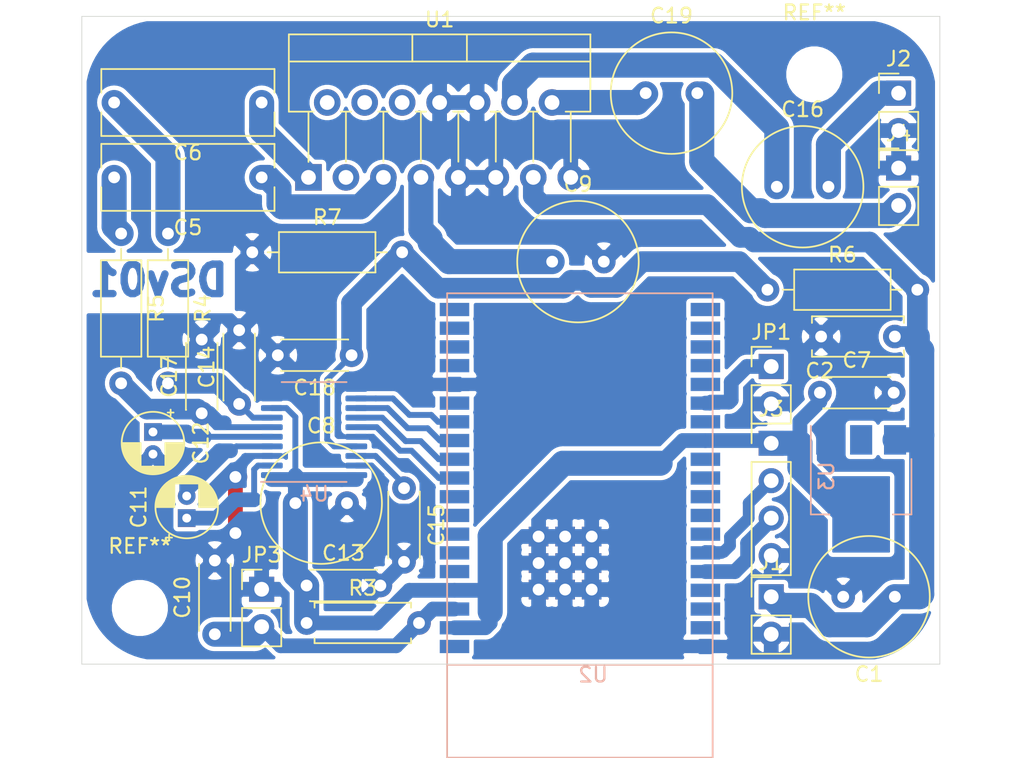
<source format=kicad_pcb>
(kicad_pcb (version 20171130) (host pcbnew "(5.1.10)-1")
  (layers (0 F.Cu signal) (31 B.Cu signal) (34 B.Paste user) (35 F.Paste user) (36 B.SilkS user) (37 F.SilkS user) (38 B.Mask user) (39 F.Mask user) (44 Edge.Cuts user))
  (net 0 "")
  (net 1 GND)
  (net 2 +12V)
  (net 3 "Net-(C5-Pad1)")
  (net 4 "Net-(C6-Pad1)")
  (net 5 +3V3)
  (net 6 "Net-(C10-Pad1)")
  (net 7 "Net-(JP1-Pad1)")
  (net 8 /ESP32/14)
  (net 9 "Net-(C11-Pad2)")
  (net 10 "Net-(C11-Pad1)")
  (net 11 "Net-(C12-Pad1)")
  (net 12 "Net-(C14-Pad1)")
  (net 13 "Net-(C15-Pad1)")
  (net 14 "Net-(C17-Pad1)")
  (net 15 "Net-(C18-Pad1)")
  (net 16 /ESP32/25)
  (net 17 /ESP32/26)
  (net 18 /ESP32/27)
  (net 19 "Net-(J3-Pad3)")
  (net 20 "Net-(J3-Pad2)")
  (net 21 /TDA7496/IN1)
  (net 22 /TDA7496/IN2)
  (net 23 "Net-(C9-Pad1)")
  (net 24 /TDA7496/OUT1+)
  (net 25 "Net-(C16-Pad1)")
  (net 26 /TDA7496/OUT2+)
  (net 27 "Net-(C19-Pad1)")
  (net 28 "Net-(U1-Pad6)")
  (net 29 "Net-(U1-Pad4)")
  (net 30 "Net-(U1-Pad3)")
  (net 31 "Net-(U1-Pad2)")
  (net 32 "Net-(U2-Pad37)")
  (net 33 "Net-(U2-Pad36)")
  (net 34 "Net-(U2-Pad35)")
  (net 35 "Net-(U2-Pad32)")
  (net 36 "Net-(U2-Pad31)")
  (net 37 "Net-(U2-Pad30)")
  (net 38 "Net-(U2-Pad29)")
  (net 39 "Net-(U2-Pad28)")
  (net 40 "Net-(U2-Pad26)")
  (net 41 "Net-(U2-Pad22)")
  (net 42 "Net-(U2-Pad21)")
  (net 43 "Net-(U2-Pad20)")
  (net 44 "Net-(U2-Pad19)")
  (net 45 "Net-(U2-Pad18)")
  (net 46 "Net-(U2-Pad17)")
  (net 47 "Net-(U2-Pad16)")
  (net 48 "Net-(U2-Pad14)")
  (net 49 "Net-(U2-Pad9)")
  (net 50 "Net-(U2-Pad8)")
  (net 51 "Net-(U2-Pad6)")
  (net 52 "Net-(U2-Pad5)")
  (net 53 "Net-(U2-Pad1)")
  (net 54 "Net-(U2-Pad27)")
  (net 55 "Net-(U2-Pad7)")
  (net 56 "Net-(U2-Pad4)")
  (net 57 "Net-(U2-Pad24)")
  (net 58 "Net-(U2-Pad23)")
  (module MountingHole:MountingHole_3.2mm_M3 (layer F.Cu) (at 159.385 85.725)
    (fp_text reference REF** (at 0 -4.2) (layer F.SilkS))
    (fp_text value MountingHole_3.2mm_M3)
    (pad 1 np_thru_hole circle (at 0 0) (size 3.2 3.2) (drill 3.2) (layers *.Cu *.Mask))
  )
  (module MountingHole:MountingHole_3.2mm_M3 (layer F.Cu) (at 113.665 121.92)
    (fp_text reference REF** (at 0 -4.2) (layer F.SilkS))
    (fp_text value MountingHole_3.2mm_M3)
    (pad 1 np_thru_hole circle (at 0 0) (size 3.2 3.2) (drill 3.2) (layers *.Cu *.Mask))
  )
  (module "esp32-wrover:ESP32-WROVER(EDIT)" (layer B.Cu) (at 144.494 127.072)
    (fp_text reference U2 (at -0.1 -0.62) (layer B.SilkS) (effects (justify mirror)))
    (fp_text value ESP32-WROVER_E hide)
    (pad 39 thru_hole rect (at -2 -8.2) (size 1.33 1.33) (drill 0.8) (layers *.Cu *.Mask) (net 1 GND))
    (pad 39 thru_hole rect (at -0.2 -6.4) (size 1.33 1.33) (drill 0.8) (layers *.Cu *.Mask) (net 1 GND))
    (pad 39 thru_hole rect (at -2 -6.4) (size 1.33 1.33) (drill 0.8) (layers *.Cu *.Mask) (net 1 GND))
    (pad 39 thru_hole rect (at -3.8 -6.4) (size 1.33 1.33) (drill 0.8) (layers *.Cu *.Mask) (net 1 GND))
    (pad 39 thru_hole rect (at -3.8 -8.2) (size 1.33 1.33) (drill 0.8) (layers *.Cu *.Mask) (net 1 GND))
    (pad 39 thru_hole rect (at -3.8 -10) (size 1.33 1.33) (drill 0.8) (layers *.Cu *.Mask) (net 1 GND))
    (pad 39 thru_hole rect (at -2 -10) (size 1.33 1.33) (drill 0.8) (layers *.Cu *.Mask) (net 1 GND))
    (pad 39 thru_hole rect (at -0.2 -10) (size 1.33 1.33) (drill 0.8) (layers *.Cu *.Mask) (net 1 GND))
    (pad 39 thru_hole rect (at -0.2 -8.2) (size 1.33 1.33) (drill 0.8) (layers *.Cu *.Mask) (net 1 GND))
    (pad 38 smd rect (at 7.51 -2.54) (size 2 0.9) (layers B.Cu B.Paste B.Mask) (net 1 GND))
    (pad 37 smd rect (at 7.51 -3.81) (size 2 0.9) (layers B.Cu B.Paste B.Mask) (net 32 "Net-(U2-Pad37)"))
    (pad 36 smd rect (at 7.51 -5.08) (size 2 0.9) (layers B.Cu B.Paste B.Mask) (net 33 "Net-(U2-Pad36)"))
    (pad 35 smd rect (at 7.51 -6.35) (size 2 0.9) (layers B.Cu B.Paste B.Mask) (net 34 "Net-(U2-Pad35)"))
    (pad 34 smd rect (at 7.51 -7.62) (size 2 0.9) (layers B.Cu B.Paste B.Mask) (net 19 "Net-(J3-Pad3)"))
    (pad 33 smd rect (at 7.51 -8.89) (size 2 0.9) (layers B.Cu B.Paste B.Mask) (net 20 "Net-(J3-Pad2)"))
    (pad 32 smd rect (at 7.51 -10.16) (size 2 0.9) (layers B.Cu B.Paste B.Mask) (net 35 "Net-(U2-Pad32)"))
    (pad 31 smd rect (at 7.51 -11.43) (size 2 0.9) (layers B.Cu B.Paste B.Mask) (net 36 "Net-(U2-Pad31)"))
    (pad 30 smd rect (at 7.51 -12.7) (size 2 0.9) (layers B.Cu B.Paste B.Mask) (net 37 "Net-(U2-Pad30)"))
    (pad 29 smd rect (at 7.51 -13.97) (size 2 0.9) (layers B.Cu B.Paste B.Mask) (net 38 "Net-(U2-Pad29)"))
    (pad 28 smd rect (at 7.51 -15.24) (size 2 0.9) (layers B.Cu B.Paste B.Mask) (net 39 "Net-(U2-Pad28)"))
    (pad 27 smd rect (at 7.51 -16.51) (size 2 0.9) (layers B.Cu B.Paste B.Mask) (net 54 "Net-(U2-Pad27)"))
    (pad 26 smd rect (at 7.51 -17.78) (size 2 0.9) (layers B.Cu B.Paste B.Mask) (net 40 "Net-(U2-Pad26)"))
    (pad 25 smd rect (at 7.51 -19.05) (size 2 0.9) (layers B.Cu B.Paste B.Mask) (net 7 "Net-(JP1-Pad1)"))
    (pad 24 smd rect (at 7.51 -20.32) (size 2 0.9) (layers B.Cu B.Paste B.Mask) (net 57 "Net-(U2-Pad24)"))
    (pad 23 smd rect (at 7.51 -21.59) (size 2 0.9) (layers B.Cu B.Paste B.Mask) (net 58 "Net-(U2-Pad23)"))
    (pad 22 smd rect (at 7.51 -22.86) (size 2 0.9) (layers B.Cu B.Paste B.Mask) (net 41 "Net-(U2-Pad22)"))
    (pad 21 smd rect (at 7.51 -24.13) (size 2 0.9) (layers B.Cu B.Paste B.Mask) (net 42 "Net-(U2-Pad21)"))
    (pad 20 smd rect (at 7.51 -25.4) (size 2 0.9) (layers B.Cu B.Paste B.Mask) (net 43 "Net-(U2-Pad20)"))
    (pad 19 smd rect (at -9.5 -25.4) (size 2 0.9) (layers B.Cu B.Paste B.Mask) (net 44 "Net-(U2-Pad19)"))
    (pad 18 smd rect (at -9.5 -24.13) (size 2 0.9) (layers B.Cu B.Paste B.Mask) (net 45 "Net-(U2-Pad18)"))
    (pad 17 smd rect (at -9.5 -22.86) (size 2 0.9) (layers B.Cu B.Paste B.Mask) (net 46 "Net-(U2-Pad17)"))
    (pad 16 smd rect (at -9.5 -21.59) (size 2 0.9) (layers B.Cu B.Paste B.Mask) (net 47 "Net-(U2-Pad16)"))
    (pad 15 smd rect (at -9.5 -20.32) (size 2 0.9) (layers B.Cu B.Paste B.Mask) (net 1 GND))
    (pad 14 smd rect (at -9.5 -19.05) (size 2 0.9) (layers B.Cu B.Paste B.Mask) (net 48 "Net-(U2-Pad14)"))
    (pad 13 smd rect (at -9.5 -17.78) (size 2 0.9) (layers B.Cu B.Paste B.Mask) (net 8 /ESP32/14))
    (pad 12 smd rect (at -9.5 -16.51) (size 2 0.9) (layers B.Cu B.Paste B.Mask) (net 18 /ESP32/27))
    (pad 11 smd rect (at -9.5 -15.24) (size 2 0.9) (layers B.Cu B.Paste B.Mask) (net 17 /ESP32/26))
    (pad 10 smd rect (at -9.5 -13.97) (size 2 0.9) (layers B.Cu B.Paste B.Mask) (net 16 /ESP32/25))
    (pad 9 smd rect (at -9.5 -12.7) (size 2 0.9) (layers B.Cu B.Paste B.Mask) (net 49 "Net-(U2-Pad9)"))
    (pad 8 smd rect (at -9.5 -11.43) (size 2 0.9) (layers B.Cu B.Paste B.Mask) (net 50 "Net-(U2-Pad8)"))
    (pad 7 smd rect (at -9.5 -10.16) (size 2 0.9) (layers B.Cu B.Paste B.Mask) (net 55 "Net-(U2-Pad7)"))
    (pad 6 smd rect (at -9.5 -8.89) (size 2 0.9) (layers B.Cu B.Paste B.Mask) (net 51 "Net-(U2-Pad6)"))
    (pad 5 smd rect (at -9.5 -7.62) (size 2 0.9) (layers B.Cu B.Paste B.Mask) (net 52 "Net-(U2-Pad5)"))
    (pad 4 smd rect (at -9.5 -6.35) (size 2 0.9) (layers B.Cu B.Paste B.Mask) (net 56 "Net-(U2-Pad4)"))
    (pad 3 smd rect (at -9.5 -5.08) (size 2 0.9) (layers B.Cu B.Paste B.Mask) (net 6 "Net-(C10-Pad1)"))
    (pad 2 smd rect (at -9.5 -3.81) (size 2 0.9) (layers B.Cu B.Paste B.Mask) (net 5 +3V3))
    (pad 1 smd rect (at -9.5 -2.54) (size 2 0.9) (layers B.Cu B.Paste B.Mask) (net 53 "Net-(U2-Pad1)"))
  )
  (module Capacitor_THT:C_Radial_D8.0mm_H11.5mm_P3.50mm (layer F.Cu) (at 124.206 114.808)
    (fp_text reference C8 (at 1.75 -5.25) (layer F.SilkS))
    (fp_text value "1000uF x 6.3v")
    (pad 2 thru_hole circle (at 3.5 0) (size 1.6 1.6) (drill 0.8) (layers *.Cu *.Mask) (net 1 GND))
    (pad 1 thru_hole circle (at 0 0) (size 1.6 1.6) (drill 0.8) (layers *.Cu *.Mask) (net 5 +3V3))
  )
  (module Capacitor_THT:C_Radial_D8.0mm_H11.5mm_P3.50mm (layer F.Cu) (at 147.955 86.995)
    (fp_text reference C19 (at 1.75 -5.25) (layer F.SilkS))
    (fp_text value 470uF)
    (pad 2 thru_hole circle (at 3.5 0) (size 1.6 1.6) (drill 0.8) (layers *.Cu *.Mask) (net 26 /TDA7496/OUT2+))
    (pad 1 thru_hole circle (at 0 0) (size 1.6 1.6) (drill 0.8) (layers *.Cu *.Mask) (net 27 "Net-(C19-Pad1)"))
  )
  (module Capacitor_THT:C_Radial_D8.0mm_H11.5mm_P3.50mm (layer F.Cu) (at 156.845 93.345)
    (fp_text reference C16 (at 1.75 -5.25) (layer F.SilkS))
    (fp_text value 470uF)
    (pad 2 thru_hole circle (at 3.5 0) (size 1.6 1.6) (drill 0.8) (layers *.Cu *.Mask) (net 24 /TDA7496/OUT1+))
    (pad 1 thru_hole circle (at 0 0) (size 1.6 1.6) (drill 0.8) (layers *.Cu *.Mask) (net 25 "Net-(C16-Pad1)"))
  )
  (module Capacitor_THT:C_Radial_D8.0mm_H11.5mm_P3.50mm (layer F.Cu) (at 141.615 98.425)
    (fp_text reference C9 (at 1.75 -5.25) (layer F.SilkS))
    (fp_text value 470uF)
    (pad 2 thru_hole circle (at 3.5 0) (size 1.6 1.6) (drill 0.8) (layers *.Cu *.Mask) (net 1 GND))
    (pad 1 thru_hole circle (at 0 0) (size 1.6 1.6) (drill 0.8) (layers *.Cu *.Mask) (net 23 "Net-(C9-Pad1)"))
  )
  (module Capacitor_THT:C_Radial_D8.0mm_H11.5mm_P3.50mm (layer F.Cu) (at 164.846 121.158 180)
    (fp_text reference C1 (at 1.75 -5.25) (layer F.SilkS))
    (fp_text value "470uF x 16V")
    (pad 2 thru_hole circle (at 3.5 0 180) (size 1.6 1.6) (drill 0.8) (layers *.Cu *.Mask) (net 1 GND))
    (pad 1 thru_hole circle (at 0 0 180) (size 1.6 1.6) (drill 0.8) (layers *.Cu *.Mask) (net 2 +12V))
  )
  (module Connector_PinHeader_2.54mm:PinHeader_1x02_P2.54mm_Vertical (layer F.Cu) (at 165.1 92.075)
    (fp_text reference J4 (at 0 -2.33) (layer F.SilkS))
    (fp_text value "RIGHT OUT")
    (pad 2 thru_hole oval (at 0 2.54) (size 1.7 1.7) (drill 1) (layers *.Cu *.Mask) (net 26 /TDA7496/OUT2+))
    (pad 1 thru_hole rect (at 0 0) (size 1.7 1.7) (drill 1) (layers *.Cu *.Mask) (net 1 GND))
  )
  (module Connector_PinHeader_2.54mm:PinHeader_1x02_P2.54mm_Vertical (layer F.Cu) (at 165.1 86.995)
    (fp_text reference J2 (at 0 -2.33) (layer F.SilkS))
    (fp_text value "LEFT OUT")
    (pad 2 thru_hole oval (at 0 2.54) (size 1.7 1.7) (drill 1) (layers *.Cu *.Mask) (net 1 GND))
    (pad 1 thru_hole rect (at 0 0) (size 1.7 1.7) (drill 1) (layers *.Cu *.Mask) (net 24 /TDA7496/OUT1+))
  )
  (module Capacitor_THT:C_Rect_L11.5mm_W4.3mm_P10.00mm_MKT (layer F.Cu) (at 121.92 87.63 180)
    (fp_text reference C6 (at 5 -3.4) (layer F.SilkS))
    (fp_text value 0.47uF)
    (pad 2 thru_hole circle (at 10 0 180) (size 1.6 1.6) (drill 0.8) (layers *.Cu *.Mask) (net 22 /TDA7496/IN2))
    (pad 1 thru_hole circle (at 0 0 180) (size 1.6 1.6) (drill 0.8) (layers *.Cu *.Mask) (net 4 "Net-(C6-Pad1)"))
  )
  (module Package_TO_SOT_THT:TO-220-15_P2.54x2.54mm_StaggerOdd_Lead4.58mm_Vertical (layer F.Cu) (at 125.095 92.71)
    (fp_text reference U1 (at 8.89 -10.7) (layer F.SilkS))
    (fp_text value TDA7496)
    (pad 15 thru_hole oval (at 17.78 0) (size 1.8 1.8) (drill 1) (layers *.Cu *.Mask) (net 1 GND))
    (pad 14 thru_hole oval (at 16.51 -5.08) (size 1.8 1.8) (drill 1) (layers *.Cu *.Mask) (net 27 "Net-(C19-Pad1)"))
    (pad 13 thru_hole oval (at 15.24 0) (size 1.8 1.8) (drill 1) (layers *.Cu *.Mask) (net 2 +12V))
    (pad 12 thru_hole oval (at 13.97 -5.08) (size 1.8 1.8) (drill 1) (layers *.Cu *.Mask) (net 25 "Net-(C16-Pad1)"))
    (pad 11 thru_hole oval (at 12.7 0) (size 1.8 1.8) (drill 1) (layers *.Cu *.Mask) (net 1 GND))
    (pad 10 thru_hole oval (at 11.43 -5.08) (size 1.8 1.8) (drill 1) (layers *.Cu *.Mask) (net 1 GND))
    (pad 9 thru_hole oval (at 10.16 0) (size 1.8 1.8) (drill 1) (layers *.Cu *.Mask) (net 1 GND))
    (pad 8 thru_hole oval (at 8.89 -5.08) (size 1.8 1.8) (drill 1) (layers *.Cu *.Mask) (net 1 GND))
    (pad 7 thru_hole oval (at 7.62 0) (size 1.8 1.8) (drill 1) (layers *.Cu *.Mask) (net 23 "Net-(C9-Pad1)"))
    (pad 6 thru_hole oval (at 6.35 -5.08) (size 1.8 1.8) (drill 1) (layers *.Cu *.Mask) (net 28 "Net-(U1-Pad6)"))
    (pad 5 thru_hole oval (at 5.08 0) (size 1.8 1.8) (drill 1) (layers *.Cu *.Mask) (net 3 "Net-(C5-Pad1)"))
    (pad 4 thru_hole oval (at 3.81 -5.08) (size 1.8 1.8) (drill 1) (layers *.Cu *.Mask) (net 29 "Net-(U1-Pad4)"))
    (pad 3 thru_hole oval (at 2.54 0) (size 1.8 1.8) (drill 1) (layers *.Cu *.Mask) (net 30 "Net-(U1-Pad3)"))
    (pad 2 thru_hole oval (at 1.27 -5.08) (size 1.8 1.8) (drill 1) (layers *.Cu *.Mask) (net 31 "Net-(U1-Pad2)"))
    (pad 1 thru_hole rect (at 0 0) (size 1.8 1.8) (drill 1) (layers *.Cu *.Mask) (net 4 "Net-(C6-Pad1)"))
  )
  (module Capacitor_THT:C_Rect_L11.5mm_W4.3mm_P10.00mm_MKT (layer F.Cu) (at 121.92 92.71 180)
    (fp_text reference C5 (at 5 -3.4) (layer F.SilkS))
    (fp_text value 0.47uF)
    (pad 2 thru_hole circle (at 10 0 180) (size 1.6 1.6) (drill 0.8) (layers *.Cu *.Mask) (net 21 /TDA7496/IN1))
    (pad 1 thru_hole circle (at 0 0 180) (size 1.6 1.6) (drill 0.8) (layers *.Cu *.Mask) (net 3 "Net-(C5-Pad1)"))
  )
  (module Connector_PinHeader_2.54mm:PinHeader_1x04_P2.54mm_Vertical (layer F.Cu) (at 156.464 110.744)
    (fp_text reference J3 (at 0 -2.33) (layer F.SilkS))
    (fp_text value Conn_01x04)
    (pad 4 thru_hole oval (at 0 7.62) (size 1.7 1.7) (drill 1) (layers *.Cu *.Mask) (net 1 GND))
    (pad 3 thru_hole oval (at 0 5.08) (size 1.7 1.7) (drill 1) (layers *.Cu *.Mask) (net 19 "Net-(J3-Pad3)"))
    (pad 2 thru_hole oval (at 0 2.54) (size 1.7 1.7) (drill 1) (layers *.Cu *.Mask) (net 20 "Net-(J3-Pad2)"))
    (pad 1 thru_hole rect (at 0 0) (size 1.7 1.7) (drill 1) (layers *.Cu *.Mask) (net 5 +3V3))
  )
  (module Resistor_THT:R_Axial_DIN0207_L6.3mm_D2.5mm_P10.16mm_Horizontal (layer F.Cu) (at 121.285 97.79)
    (fp_text reference R7 (at 5.08 -2.37) (layer F.SilkS))
    (fp_text value 2K2)
    (pad 2 thru_hole oval (at 10.16 0) (size 1.6 1.6) (drill 0.8) (layers *.Cu *.Mask) (net 15 "Net-(C18-Pad1)"))
    (pad 1 thru_hole circle (at 0 0) (size 1.6 1.6) (drill 0.8) (layers *.Cu *.Mask) (net 1 GND))
  )
  (module Connector_PinHeader_2.54mm:PinHeader_1x02_P2.54mm_Vertical (layer F.Cu) (at 121.92 120.65)
    (fp_text reference JP3 (at 0 -2.33) (layer F.SilkS))
    (fp_text value Jumper)
    (pad 2 thru_hole oval (at 0 2.54) (size 1.7 1.7) (drill 1) (layers *.Cu *.Mask) (net 6 "Net-(C10-Pad1)"))
    (pad 1 thru_hole rect (at 0 0) (size 1.7 1.7) (drill 1) (layers *.Cu *.Mask) (net 1 GND))
  )
  (module Connector_PinHeader_2.54mm:PinHeader_1x02_P2.54mm_Vertical (layer F.Cu) (at 156.464 121.158)
    (fp_text reference J1 (at 0 -2.33) (layer F.SilkS))
    (fp_text value Conn_01x02)
    (pad 2 thru_hole oval (at 0 2.54) (size 1.7 1.7) (drill 1) (layers *.Cu *.Mask) (net 1 GND))
    (pad 1 thru_hole rect (at 0 0) (size 1.7 1.7) (drill 1) (layers *.Cu *.Mask) (net 2 +12V))
  )
  (module Capacitor_THT:C_Disc_D6.0mm_W2.5mm_P5.00mm (layer F.Cu) (at 164.846 103.505 180)
    (fp_text reference C2 (at 5.094 -2.328) (layer F.SilkS))
    (fp_text value 100nF)
    (pad 2 thru_hole circle (at 5 0 180) (size 1.6 1.6) (drill 0.8) (layers *.Cu *.Mask) (net 1 GND))
    (pad 1 thru_hole circle (at 0 0 180) (size 1.6 1.6) (drill 0.8) (layers *.Cu *.Mask) (net 2 +12V))
  )
  (module Package_SO:TSSOP-20_4.4x6.5mm_P0.65mm (layer B.Cu) (at 125.476 109.982)
    (fp_text reference U4 (at 0 4.2) (layer B.SilkS) (effects (justify mirror)))
    (fp_text value PCM5100)
    (pad 20 smd roundrect (at 2.8625 2.925) (size 1.475 0.4) (layers B.Cu B.Paste B.Mask) (net 5 +3V3))
    (pad 19 smd roundrect (at 2.8625 2.275) (size 1.475 0.4) (layers B.Cu B.Paste B.Mask) (net 1 GND))
    (pad 18 smd roundrect (at 2.8625 1.625) (size 1.475 0.4) (layers B.Cu B.Paste B.Mask) (net 13 "Net-(C15-Pad1)"))
    (pad 17 smd roundrect (at 2.8625 0.975) (size 1.475 0.4) (layers B.Cu B.Paste B.Mask) (net 15 "Net-(C18-Pad1)"))
    (pad 16 smd roundrect (at 2.8625 0.325) (size 1.475 0.4) (layers B.Cu B.Paste B.Mask) (net 1 GND))
    (pad 15 smd roundrect (at 2.8625 -0.325) (size 1.475 0.4) (layers B.Cu B.Paste B.Mask) (net 16 /ESP32/25))
    (pad 14 smd roundrect (at 2.8625 -0.975) (size 1.475 0.4) (layers B.Cu B.Paste B.Mask) (net 17 /ESP32/26))
    (pad 13 smd roundrect (at 2.8625 -1.625) (size 1.475 0.4) (layers B.Cu B.Paste B.Mask) (net 18 /ESP32/27))
    (pad 12 smd roundrect (at 2.8625 -2.275) (size 1.475 0.4) (layers B.Cu B.Paste B.Mask) (net 8 /ESP32/14))
    (pad 11 smd roundrect (at 2.8625 -2.925) (size 1.475 0.4) (layers B.Cu B.Paste B.Mask) (net 1 GND))
    (pad 10 smd roundrect (at -2.8625 -2.925) (size 1.475 0.4) (layers B.Cu B.Paste B.Mask) (net 1 GND))
    (pad 9 smd roundrect (at -2.8625 -2.275) (size 1.475 0.4) (layers B.Cu B.Paste B.Mask) (net 1 GND))
    (pad 8 smd roundrect (at -2.8625 -1.625) (size 1.475 0.4) (layers B.Cu B.Paste B.Mask) (net 5 +3V3))
    (pad 7 smd roundrect (at -2.8625 -0.975) (size 1.475 0.4) (layers B.Cu B.Paste B.Mask) (net 12 "Net-(C14-Pad1)"))
    (pad 6 smd roundrect (at -2.8625 -0.325) (size 1.475 0.4) (layers B.Cu B.Paste B.Mask) (net 14 "Net-(C17-Pad1)"))
    (pad 5 smd roundrect (at -2.8625 0.325) (size 1.475 0.4) (layers B.Cu B.Paste B.Mask) (net 11 "Net-(C12-Pad1)"))
    (pad 4 smd roundrect (at -2.8625 0.975) (size 1.475 0.4) (layers B.Cu B.Paste B.Mask) (net 9 "Net-(C11-Pad2)"))
    (pad 3 smd roundrect (at -2.8625 1.625) (size 1.475 0.4) (layers B.Cu B.Paste B.Mask) (net 1 GND))
    (pad 2 smd roundrect (at -2.8625 2.275) (size 1.475 0.4) (layers B.Cu B.Paste B.Mask) (net 10 "Net-(C11-Pad1)"))
    (pad 1 smd roundrect (at -2.8625 2.925) (size 1.475 0.4) (layers B.Cu B.Paste B.Mask) (net 5 +3V3))
  )
  (module Package_TO_SOT_SMD:SOT-223-3_TabPin2 (layer B.Cu) (at 162.56 113.665 270)
    (fp_text reference U3 (at -0.682 2.344 90) (layer B.SilkS) (effects (justify mirror)))
    (fp_text value AP1117-33)
    (pad 1 smd rect (at -3.15 2.3 270) (size 2 1.5) (layers B.Cu B.Paste B.Mask) (net 1 GND))
    (pad 3 smd rect (at -3.15 -2.3 270) (size 2 1.5) (layers B.Cu B.Paste B.Mask) (net 2 +12V))
    (pad 2 smd rect (at -3.15 0 270) (size 2 1.5) (layers B.Cu B.Paste B.Mask) (net 5 +3V3))
    (pad 2 smd rect (at 3.15 0 270) (size 2 3.8) (layers B.Cu B.Paste B.Mask) (net 5 +3V3))
  )
  (module Resistor_THT:R_Axial_DIN0207_L6.3mm_D2.5mm_P10.16mm_Horizontal (layer F.Cu) (at 156.21 100.33)
    (fp_text reference R6 (at 5.08 -2.37) (layer F.SilkS))
    (fp_text value 10K)
    (pad 2 thru_hole oval (at 10.16 0) (size 1.6 1.6) (drill 0.8) (layers *.Cu *.Mask) (net 2 +12V))
    (pad 1 thru_hole circle (at 0 0) (size 1.6 1.6) (drill 0.8) (layers *.Cu *.Mask) (net 15 "Net-(C18-Pad1)"))
  )
  (module Resistor_THT:R_Axial_DIN0207_L6.3mm_D2.5mm_P10.16mm_Horizontal (layer F.Cu) (at 112.395 96.52 270)
    (fp_text reference R5 (at 5.08 -2.37 90) (layer F.SilkS))
    (fp_text value 470)
    (pad 2 thru_hole oval (at 10.16 0 270) (size 1.6 1.6) (drill 0.8) (layers *.Cu *.Mask) (net 14 "Net-(C17-Pad1)"))
    (pad 1 thru_hole circle (at 0 0 270) (size 1.6 1.6) (drill 0.8) (layers *.Cu *.Mask) (net 21 /TDA7496/IN1))
  )
  (module Resistor_THT:R_Axial_DIN0207_L6.3mm_D2.5mm_P10.16mm_Horizontal (layer F.Cu) (at 115.57 96.52 270)
    (fp_text reference R4 (at 5.08 -2.37 90) (layer F.SilkS))
    (fp_text value 470)
    (pad 2 thru_hole oval (at 10.16 0 270) (size 1.6 1.6) (drill 0.8) (layers *.Cu *.Mask) (net 12 "Net-(C14-Pad1)"))
    (pad 1 thru_hole circle (at 0 0 270) (size 1.6 1.6) (drill 0.8) (layers *.Cu *.Mask) (net 22 /TDA7496/IN2))
  )
  (module Capacitor_THT:C_Disc_D4.3mm_W1.9mm_P5.00mm (layer F.Cu) (at 128.016 104.775 180)
    (fp_text reference C18 (at 2.5 -2.2) (layer F.SilkS))
    (fp_text value 0.1uF)
    (pad 2 thru_hole circle (at 5 0 180) (size 1.6 1.6) (drill 0.8) (layers *.Cu *.Mask) (net 1 GND))
    (pad 1 thru_hole circle (at 0 0 180) (size 1.6 1.6) (drill 0.8) (layers *.Cu *.Mask) (net 15 "Net-(C18-Pad1)"))
  )
  (module Capacitor_THT:C_Disc_D4.3mm_W1.9mm_P5.00mm (layer F.Cu) (at 117.856 108.712 90)
    (fp_text reference C17 (at 2.5 -2.2 90) (layer F.SilkS))
    (fp_text value 2.2nF)
    (pad 2 thru_hole circle (at 5 0 90) (size 1.6 1.6) (drill 0.8) (layers *.Cu *.Mask) (net 1 GND))
    (pad 1 thru_hole circle (at 0 0 90) (size 1.6 1.6) (drill 0.8) (layers *.Cu *.Mask) (net 14 "Net-(C17-Pad1)"))
  )
  (module Capacitor_THT:C_Disc_D4.3mm_W1.9mm_P5.00mm (layer F.Cu) (at 131.572 113.792 270)
    (fp_text reference C15 (at 2.5 -2.2 90) (layer F.SilkS))
    (fp_text value 0.1u)
    (pad 2 thru_hole circle (at 5 0 270) (size 1.6 1.6) (drill 0.8) (layers *.Cu *.Mask) (net 1 GND))
    (pad 1 thru_hole circle (at 0 0 270) (size 1.6 1.6) (drill 0.8) (layers *.Cu *.Mask) (net 13 "Net-(C15-Pad1)"))
  )
  (module Capacitor_THT:C_Disc_D4.3mm_W1.9mm_P5.00mm (layer F.Cu) (at 120.396 108.077 90)
    (fp_text reference C14 (at 2.5 -2.2 90) (layer F.SilkS))
    (fp_text value 2.2nF)
    (pad 2 thru_hole circle (at 5 0 90) (size 1.6 1.6) (drill 0.8) (layers *.Cu *.Mask) (net 1 GND))
    (pad 1 thru_hole circle (at 0 0 90) (size 1.6 1.6) (drill 0.8) (layers *.Cu *.Mask) (net 12 "Net-(C14-Pad1)"))
  )
  (module Capacitor_THT:C_Disc_D4.3mm_W1.9mm_P5.00mm (layer F.Cu) (at 124.968 120.396)
    (fp_text reference C13 (at 2.5 -2.2) (layer F.SilkS))
    (fp_text value 0.1u)
    (pad 2 thru_hole circle (at 5 0) (size 1.6 1.6) (drill 0.8) (layers *.Cu *.Mask) (net 1 GND))
    (pad 1 thru_hole circle (at 0 0) (size 1.6 1.6) (drill 0.8) (layers *.Cu *.Mask) (net 5 +3V3))
  )
  (module Capacitor_THT:CP_Radial_D4.0mm_P1.50mm (layer F.Cu) (at 114.554 109.982 270)
    (fp_text reference C12 (at 0.75 -3.25 90) (layer F.SilkS))
    (fp_text value 2.2u)
    (pad 2 thru_hole circle (at 1.5 0 270) (size 1.2 1.2) (drill 0.6) (layers *.Cu *.Mask) (net 1 GND))
    (pad 1 thru_hole rect (at 0 0 270) (size 1.2 1.2) (drill 0.6) (layers *.Cu *.Mask) (net 11 "Net-(C12-Pad1)"))
  )
  (module Capacitor_THT:CP_Radial_D4.0mm_P1.50mm (layer F.Cu) (at 116.84 115.824 90)
    (fp_text reference C11 (at 0.75 -3.25 90) (layer F.SilkS))
    (fp_text value 2.2u)
    (pad 2 thru_hole circle (at 1.5 0 90) (size 1.2 1.2) (drill 0.6) (layers *.Cu *.Mask) (net 9 "Net-(C11-Pad2)"))
    (pad 1 thru_hole rect (at 0 0 90) (size 1.2 1.2) (drill 0.6) (layers *.Cu *.Mask) (net 10 "Net-(C11-Pad1)"))
  )
  (module Resistor_THT:R_Axial_DIN0207_L6.3mm_D2.5mm_P7.62mm_Horizontal (layer F.Cu) (at 124.968 122.936)
    (fp_text reference R3 (at 3.81 -2.37) (layer F.SilkS))
    (fp_text value 10k)
    (pad 2 thru_hole oval (at 7.62 0) (size 1.6 1.6) (drill 0.8) (layers *.Cu *.Mask) (net 6 "Net-(C10-Pad1)"))
    (pad 1 thru_hole circle (at 0 0) (size 1.6 1.6) (drill 0.8) (layers *.Cu *.Mask) (net 5 +3V3))
  )
  (module Connector_PinHeader_2.54mm:PinHeader_1x02_P2.54mm_Vertical (layer F.Cu) (at 156.464 105.537)
    (fp_text reference JP1 (at 0 -2.33) (layer F.SilkS))
    (fp_text value Jumper_NO_Small)
    (pad 2 thru_hole oval (at 0 2.54) (size 1.7 1.7) (drill 1) (layers *.Cu *.Mask) (net 1 GND))
    (pad 1 thru_hole rect (at 0 0) (size 1.7 1.7) (drill 1) (layers *.Cu *.Mask) (net 7 "Net-(JP1-Pad1)"))
  )
  (module Capacitor_THT:C_Disc_D4.3mm_W1.9mm_P5.00mm (layer F.Cu) (at 118.745 123.698 90)
    (fp_text reference C10 (at 2.5 -2.2 90) (layer F.SilkS))
    (fp_text value 0.1u)
    (pad 2 thru_hole circle (at 5 0 90) (size 1.6 1.6) (drill 0.8) (layers *.Cu *.Mask) (net 1 GND))
    (pad 1 thru_hole circle (at 0 0 90) (size 1.6 1.6) (drill 0.8) (layers *.Cu *.Mask) (net 6 "Net-(C10-Pad1)"))
  )
  (module Capacitor_THT:C_Disc_D4.3mm_W1.9mm_P5.00mm (layer F.Cu) (at 159.766 107.315)
    (fp_text reference C7 (at 2.5 -2.2) (layer F.SilkS))
    (fp_text value 0.1u)
    (pad 2 thru_hole circle (at 5 0) (size 1.6 1.6) (drill 0.8) (layers *.Cu *.Mask) (net 1 GND))
    (pad 1 thru_hole circle (at 0 0) (size 1.6 1.6) (drill 0.8) (layers *.Cu *.Mask) (net 5 +3V3))
  )
  (gr_poly (pts (xy 164.465 118.11) (xy 160.655 118.11) (xy 160.655 113.03) (xy 164.465 113.03)) (layer B.Cu) (width 0.1))
  (gr_line (start 109.728 81.788) (end 167.894 81.788) (layer Edge.Cuts) (width 0.05))
  (gr_line (start 109.728 125.73) (end 109.728 81.788) (layer Edge.Cuts) (width 0.05))
  (gr_line (start 167.894 125.73) (end 109.728 125.73) (layer Edge.Cuts) (width 0.05))
  (gr_line (start 167.894 81.788) (end 167.894 125.73) (layer Edge.Cuts) (width 0.05))
  (gr_text DSv01 (at 114.935 99.695) (layer B.Cu) (effects (font (size 2 2) (thickness 0.5)) (justify mirror)))
  (segment (start 128.3385 110.307) (end 129.199748 110.307) (width 0.4) (layer B.Cu) (net 1))
  (segment (start 130.048 114.118002) (end 130.048 112.933252) (width 0.4) (layer B.Cu) (net 1))
  (segment (start 130.971999 115.042001) (end 130.048 114.118002) (width 0.4) (layer B.Cu) (net 1))
  (segment (start 132.172001 115.042001) (end 130.971999 115.042001) (width 0.4) (layer B.Cu) (net 1))
  (segment (start 132.822001 114.392001) (end 132.172001 115.042001) (width 0.4) (layer B.Cu) (net 1))
  (segment (start 132.822001 113.191999) (end 132.822001 114.392001) (width 0.4) (layer B.Cu) (net 1))
  (segment (start 132.172001 112.541999) (end 132.822001 113.191999) (width 0.4) (layer B.Cu) (net 1))
  (segment (start 129.453748 110.307) (end 131.688747 112.541999) (width 0.4) (layer B.Cu) (net 1))
  (segment (start 131.688747 112.541999) (end 132.172001 112.541999) (width 0.4) (layer B.Cu) (net 1))
  (segment (start 129.199748 110.307) (end 129.453748 110.307) (width 0.4) (layer B.Cu) (net 1))
  (segment (start 129.371748 112.257) (end 130.048 112.933252) (width 0.4) (layer B.Cu) (net 1))
  (segment (start 128.3385 112.257) (end 129.371748 112.257) (width 0.4) (layer B.Cu) (net 1))
  (via (at 120.142 116.84) (size 1.6) (drill 0.8) (layers F.Cu B.Cu) (net 1))
  (via (at 120.142 113.03) (size 1.6) (drill 0.8) (layers F.Cu B.Cu) (net 1))
  (segment (start 120.142 116.84) (end 120.142 113.03) (width 1) (layer F.Cu) (net 1))
  (segment (start 122.6135 111.607) (end 120.803 111.607) (width 0.4) (layer B.Cu) (net 1))
  (segment (start 120.142 112.268) (end 120.142 113.03) (width 0.4) (layer B.Cu) (net 1))
  (segment (start 120.803 111.607) (end 120.142 112.268) (width 0.4) (layer B.Cu) (net 1))
  (segment (start 164.846 103.505) (end 166.37 103.505) (width 1.4) (layer B.Cu) (net 2))
  (segment (start 166.37 100.33) (end 166.37 103.505) (width 1.4) (layer B.Cu) (net 2))
  (segment (start 154.988456 96.774989) (end 155.308488 97.095021) (width 1.4) (layer B.Cu) (net 2))
  (segment (start 163.135021 97.095021) (end 166.37 100.33) (width 1.4) (layer B.Cu) (net 2))
  (segment (start 140.335 93.982792) (end 140.912209 94.560001) (width 1.4) (layer B.Cu) (net 2))
  (segment (start 155.308488 97.095021) (end 163.135021 97.095021) (width 1.4) (layer B.Cu) (net 2))
  (segment (start 152.138468 94.560001) (end 154.353456 96.774989) (width 1.4) (layer B.Cu) (net 2))
  (segment (start 140.912209 94.560001) (end 152.138468 94.560001) (width 1.4) (layer B.Cu) (net 2))
  (segment (start 154.353456 96.774989) (end 154.988456 96.774989) (width 1.4) (layer B.Cu) (net 2))
  (segment (start 140.335 92.71) (end 140.335 93.982792) (width 1.4) (layer B.Cu) (net 2))
  (segment (start 162.945999 123.058001) (end 164.846 121.158) (width 1.7) (layer B.Cu) (net 2))
  (segment (start 160.433999 123.058001) (end 162.945999 123.058001) (width 1.7) (layer B.Cu) (net 2))
  (segment (start 159.123997 121.747999) (end 160.433999 123.058001) (width 1.7) (layer B.Cu) (net 2))
  (segment (start 157.053999 121.747999) (end 159.123997 121.747999) (width 1.7) (layer B.Cu) (net 2))
  (segment (start 156.464 121.158) (end 157.053999 121.747999) (width 1.7) (layer B.Cu) (net 2))
  (segment (start 166.37 104.14) (end 166.666001 104.436001) (width 1.7) (layer B.Cu) (net 2))
  (segment (start 166.37 103.505) (end 166.37 104.14) (width 1.7) (layer B.Cu) (net 2))
  (segment (start 164.86 110.515) (end 166.345 110.515) (width 1.7) (layer B.Cu) (net 2))
  (segment (start 166.345 110.515) (end 166.666001 110.193999) (width 1.7) (layer B.Cu) (net 2))
  (segment (start 166.666001 104.436001) (end 166.666001 110.193999) (width 1.7) (layer B.Cu) (net 2))
  (segment (start 166.497 121.158) (end 164.846 121.158) (width 1.7) (layer B.Cu) (net 2))
  (segment (start 166.666001 120.988999) (end 166.497 121.158) (width 1.7) (layer B.Cu) (net 2))
  (segment (start 166.666001 110.193999) (end 166.666001 120.988999) (width 1.7) (layer B.Cu) (net 2))
  (segment (start 130.175 93.130002) (end 130.175 92.71) (width 1.7) (layer B.Cu) (net 3))
  (segment (start 128.595001 94.710001) (end 130.175 93.130002) (width 1.7) (layer B.Cu) (net 3))
  (segment (start 123.314999 94.710001) (end 128.595001 94.710001) (width 1.7) (layer B.Cu) (net 3))
  (segment (start 123.094999 94.490001) (end 123.314999 94.710001) (width 1.7) (layer B.Cu) (net 3))
  (segment (start 123.094999 93.467729) (end 123.094999 94.490001) (width 1.7) (layer B.Cu) (net 3))
  (segment (start 122.33727 92.71) (end 123.094999 93.467729) (width 1.7) (layer B.Cu) (net 3))
  (segment (start 121.92 92.71) (end 122.33727 92.71) (width 1.7) (layer B.Cu) (net 3))
  (segment (start 121.92 89.535) (end 125.095 92.71) (width 1.7) (layer B.Cu) (net 4))
  (segment (start 121.92 87.63) (end 121.92 89.535) (width 1.7) (layer B.Cu) (net 4))
  (segment (start 124.206 112.907) (end 128.3385 112.907) (width 0.4) (layer B.Cu) (net 5))
  (segment (start 122.6135 112.907) (end 124.206 112.907) (width 0.4) (layer B.Cu) (net 5))
  (segment (start 137.414 122.936) (end 137.16 123.19) (width 1) (layer B.Cu) (net 5))
  (segment (start 137.088 123.262) (end 134.994 123.262) (width 1) (layer B.Cu) (net 5))
  (segment (start 137.414 122.936) (end 137.088 123.262) (width 1) (layer B.Cu) (net 5))
  (segment (start 137.414 122.174) (end 137.414 122.936) (width 1) (layer B.Cu) (net 5))
  (segment (start 137.414 121.158) (end 137.414 122.174) (width 1) (layer B.Cu) (net 5))
  (segment (start 136.978 120.722) (end 137.414 121.158) (width 1) (layer B.Cu) (net 5))
  (segment (start 134.994 120.722) (end 136.978 120.722) (width 1) (layer B.Cu) (net 5))
  (segment (start 122.6135 108.357) (end 123.597 108.357) (width 0.4) (layer B.Cu) (net 5))
  (segment (start 124.206 108.966) (end 124.206 112.907) (width 0.4) (layer B.Cu) (net 5))
  (segment (start 123.597 108.357) (end 124.206 108.966) (width 0.4) (layer B.Cu) (net 5))
  (segment (start 129.722002 122.936) (end 124.968 122.936) (width 1) (layer B.Cu) (net 5))
  (segment (start 131.936002 120.722) (end 129.722002 122.936) (width 1) (layer B.Cu) (net 5))
  (segment (start 134.994 120.722) (end 131.936002 120.722) (width 1) (layer B.Cu) (net 5))
  (segment (start 124.206 114.808) (end 124.206 112.907) (width 1) (layer B.Cu) (net 5))
  (segment (start 123.87501 113.20701) (end 122.6135 113.20701) (width 1) (layer B.Cu) (net 5))
  (segment (start 124.206 113.538) (end 123.87501 113.20701) (width 1) (layer B.Cu) (net 5))
  (segment (start 124.206 114.808) (end 124.206 113.538) (width 1) (layer B.Cu) (net 5))
  (segment (start 156.282 110.562) (end 156.464 110.744) (width 1) (layer B.Cu) (net 5))
  (segment (start 152.004 110.562) (end 156.282 110.562) (width 1) (layer B.Cu) (net 5))
  (segment (start 127.348912 113.20701) (end 128.3385 113.20701) (width 1) (layer B.Cu) (net 5))
  (segment (start 124.50601 113.20701) (end 127.348912 113.20701) (width 1) (layer B.Cu) (net 5))
  (segment (start 124.206 112.907) (end 124.50601 113.20701) (width 1) (layer B.Cu) (net 5))
  (segment (start 150.473998 110.562) (end 152.004 110.562) (width 1) (layer B.Cu) (net 5))
  (segment (start 124.206 119.634) (end 124.968 120.396) (width 1.7) (layer B.Cu) (net 5))
  (segment (start 124.206 114.808) (end 124.206 119.634) (width 1.7) (layer B.Cu) (net 5))
  (segment (start 124.968 120.396) (end 124.968 122.885991) (width 1.7) (layer B.Cu) (net 5))
  (segment (start 142.352999 112.102999) (end 148.932999 112.102999) (width 1.7) (layer B.Cu) (net 5))
  (segment (start 137.414 122.174) (end 137.414 117.041998) (width 1.7) (layer B.Cu) (net 5))
  (segment (start 137.414 117.041998) (end 142.352999 112.102999) (width 1.7) (layer B.Cu) (net 5))
  (segment (start 148.932999 112.102999) (end 150.473998 110.562) (width 1) (layer B.Cu) (net 5))
  (segment (start 158.409999 110.744) (end 156.464 110.744) (width 1.7) (layer B.Cu) (net 5))
  (segment (start 158.409999 112.395001) (end 158.409999 110.744) (width 1.7) (layer B.Cu) (net 5))
  (segment (start 162.56 116.545002) (end 158.409999 112.395001) (width 1.7) (layer B.Cu) (net 5))
  (segment (start 162.56 116.815) (end 162.56 116.545002) (width 1.7) (layer B.Cu) (net 5))
  (segment (start 158.409999 109.264999) (end 159.766 107.908998) (width 1) (layer B.Cu) (net 5))
  (segment (start 159.766 107.908998) (end 159.766 107.315) (width 1) (layer B.Cu) (net 5))
  (segment (start 158.409999 110.744) (end 158.409999 109.264999) (width 1) (layer B.Cu) (net 5))
  (segment (start 133.532 121.992) (end 132.588 122.936) (width 1) (layer B.Cu) (net 6))
  (segment (start 134.994 121.992) (end 133.532 121.992) (width 1) (layer B.Cu) (net 6))
  (segment (start 123.216001 124.486001) (end 121.92 123.19) (width 1) (layer B.Cu) (net 6))
  (segment (start 131.037999 124.486001) (end 123.216001 124.486001) (width 1) (layer B.Cu) (net 6))
  (segment (start 132.588 122.936) (end 131.037999 124.486001) (width 1) (layer B.Cu) (net 6))
  (segment (start 121.412 123.698) (end 121.92 123.19) (width 1.7) (layer B.Cu) (net 6))
  (segment (start 118.745 123.698) (end 121.412 123.698) (width 1.7) (layer B.Cu) (net 6))
  (segment (start 154.813 105.537) (end 156.464 105.537) (width 1) (layer B.Cu) (net 7))
  (segment (start 153.754001 106.595999) (end 154.813 105.537) (width 1) (layer B.Cu) (net 7))
  (segment (start 153.754001 107.802001) (end 153.754001 106.595999) (width 1) (layer B.Cu) (net 7))
  (segment (start 152.397999 107.952001) (end 153.604001 107.952001) (width 1) (layer B.Cu) (net 7))
  (segment (start 152.328 108.022) (end 152.397999 107.952001) (width 1) (layer B.Cu) (net 7))
  (segment (start 153.604001 107.952001) (end 153.754001 107.802001) (width 1) (layer B.Cu) (net 7))
  (segment (start 152.004 108.022) (end 152.328 108.022) (width 1) (layer B.Cu) (net 7))
  (segment (start 128.3385 107.707) (end 129.656 107.707) (width 0.4) (layer B.Cu) (net 8))
  (segment (start 133.884018 109.292) (end 134.994 109.292) (width 0.4) (layer B.Cu) (net 8))
  (segment (start 133.416008 108.82399) (end 133.884018 109.292) (width 0.4) (layer B.Cu) (net 8))
  (segment (start 130.821 107.707) (end 131.93799 108.82399) (width 0.4) (layer B.Cu) (net 8))
  (segment (start 131.93799 108.82399) (end 133.416008 108.82399) (width 0.4) (layer B.Cu) (net 8))
  (segment (start 129.656 107.707) (end 130.821 107.707) (width 0.4) (layer B.Cu) (net 8))
  (segment (start 122.6135 110.957) (end 120.207 110.957) (width 0.4) (layer B.Cu) (net 9))
  (segment (start 120.207 110.957) (end 116.84 114.324) (width 0.4) (layer B.Cu) (net 9))
  (segment (start 119.058462 111.25701) (end 119.809474 111.25701) (width 1) (layer B.Cu) (net 9))
  (segment (start 116.84 113.475472) (end 119.058462 111.25701) (width 1) (layer B.Cu) (net 9))
  (segment (start 116.84 114.324) (end 116.84 113.475472) (width 1) (layer B.Cu) (net 9))
  (segment (start 121.412 112.522) (end 121.412 114.554) (width 0.4) (layer B.Cu) (net 10))
  (segment (start 121.677 112.257) (end 121.412 112.522) (width 0.4) (layer B.Cu) (net 10))
  (segment (start 122.6135 112.257) (end 121.677 112.257) (width 0.4) (layer B.Cu) (net 10))
  (segment (start 121.385999 114.580001) (end 121.412 114.554) (width 1) (layer B.Cu) (net 10))
  (segment (start 120.107997 114.580001) (end 121.385999 114.580001) (width 1) (layer B.Cu) (net 10))
  (segment (start 118.863998 115.824) (end 120.107997 114.580001) (width 1) (layer B.Cu) (net 10))
  (segment (start 116.84 115.824) (end 118.863998 115.824) (width 1) (layer B.Cu) (net 10))
  (segment (start 116.831998 109.982) (end 117.111999 110.262001) (width 1) (layer B.Cu) (net 11))
  (segment (start 114.554 109.982) (end 116.831998 109.982) (width 1) (layer B.Cu) (net 11))
  (segment (start 117.994001 110.262001) (end 118.039 110.307) (width 1) (layer B.Cu) (net 11))
  (segment (start 117.111999 110.262001) (end 117.994001 110.262001) (width 1) (layer B.Cu) (net 11))
  (segment (start 122.6135 110.307) (end 118.039 110.307) (width 0.4) (layer B.Cu) (net 11))
  (segment (start 121.326 109.007) (end 120.396 108.077) (width 0.4) (layer B.Cu) (net 12))
  (segment (start 122.6135 109.007) (end 121.326 109.007) (width 0.4) (layer B.Cu) (net 12))
  (segment (start 118.999 106.68) (end 120.396 108.077) (width 1.4) (layer B.Cu) (net 12))
  (segment (start 115.57 106.68) (end 118.999 106.68) (width 1.4) (layer B.Cu) (net 12))
  (segment (start 129.641 111.607) (end 131.572 113.538) (width 0.4) (layer B.Cu) (net 13))
  (segment (start 131.572 113.538) (end 131.572 113.792) (width 0.4) (layer B.Cu) (net 13))
  (segment (start 128.3385 111.607) (end 129.641 111.607) (width 0.4) (layer B.Cu) (net 13))
  (segment (start 118.801 109.657) (end 117.856 108.712) (width 0.4) (layer B.Cu) (net 14))
  (segment (start 122.6135 109.657) (end 118.801 109.657) (width 0.4) (layer B.Cu) (net 14))
  (segment (start 118.364 108.712) (end 119.00899 109.35699) (width 1) (layer B.Cu) (net 14))
  (segment (start 117.856 108.712) (end 118.364 108.712) (width 1) (layer B.Cu) (net 14))
  (segment (start 119.00899 109.35699) (end 119.381988 109.35699) (width 1) (layer B.Cu) (net 14))
  (segment (start 117.574001 108.430001) (end 117.856 108.712) (width 1.4) (layer B.Cu) (net 14))
  (segment (start 114.145001 108.430001) (end 117.574001 108.430001) (width 1.4) (layer B.Cu) (net 14))
  (segment (start 112.395 106.68) (end 114.145001 108.430001) (width 1.4) (layer B.Cu) (net 14))
  (segment (start 128.016 101.219) (end 131.445 97.79) (width 1.4) (layer B.Cu) (net 15))
  (segment (start 128.016 104.775) (end 128.016 101.219) (width 1.4) (layer B.Cu) (net 15))
  (segment (start 128.3385 110.957) (end 126.832 110.957) (width 0.4) (layer B.Cu) (net 15))
  (segment (start 126.832 110.957) (end 126.365 110.49) (width 0.4) (layer B.Cu) (net 15))
  (segment (start 126.365 106.426) (end 128.016 104.775) (width 0.4) (layer B.Cu) (net 15))
  (segment (start 126.365 110.49) (end 126.365 106.426) (width 0.4) (layer B.Cu) (net 15))
  (segment (start 154.305 98.425) (end 155.575 99.695) (width 1.4) (layer B.Cu) (net 15))
  (segment (start 147.705002 98.425) (end 154.305 98.425) (width 1.4) (layer B.Cu) (net 15))
  (segment (start 131.445 97.79) (end 133.88001 100.22501) (width 1.4) (layer B.Cu) (net 15))
  (segment (start 142.360588 100.22501) (end 142.890598 99.695) (width 1.4) (layer B.Cu) (net 15))
  (segment (start 145.955001 100.175001) (end 147.705002 98.425) (width 1.4) (layer B.Cu) (net 15))
  (segment (start 144.274999 100.175001) (end 145.955001 100.175001) (width 1.4) (layer B.Cu) (net 15))
  (segment (start 133.88001 100.22501) (end 142.360588 100.22501) (width 1.4) (layer B.Cu) (net 15))
  (segment (start 142.890598 99.695) (end 143.794998 99.695) (width 1.4) (layer B.Cu) (net 15))
  (segment (start 155.575 99.695) (end 156.21 100.33) (width 1.4) (layer B.Cu) (net 15))
  (segment (start 143.794998 99.695) (end 144.274999 100.175001) (width 1.4) (layer B.Cu) (net 15))
  (segment (start 133.93 113.102) (end 134.994 113.102) (width 0.4) (layer B.Cu) (net 16))
  (segment (start 132.08 111.252) (end 133.93 113.102) (width 0.4) (layer B.Cu) (net 16))
  (segment (start 131.318 111.252) (end 132.08 111.252) (width 0.4) (layer B.Cu) (net 16))
  (segment (start 129.723 109.657) (end 131.318 111.252) (width 0.4) (layer B.Cu) (net 16))
  (segment (start 128.3385 109.657) (end 129.723 109.657) (width 0.4) (layer B.Cu) (net 16))
  (segment (start 133.93 111.832) (end 134.994 111.832) (width 0.4) (layer B.Cu) (net 17))
  (segment (start 132.69999 110.60199) (end 133.93 111.832) (width 0.4) (layer B.Cu) (net 17))
  (segment (start 131.68399 110.60199) (end 132.69999 110.60199) (width 0.4) (layer B.Cu) (net 17))
  (segment (start 130.089 109.007) (end 131.68399 110.60199) (width 0.4) (layer B.Cu) (net 17))
  (segment (start 128.3385 109.007) (end 130.089 109.007) (width 0.4) (layer B.Cu) (net 17))
  (segment (start 134.003998 110.562) (end 134.994 110.562) (width 0.4) (layer B.Cu) (net 18))
  (segment (start 133.169998 109.728) (end 134.003998 110.562) (width 0.4) (layer B.Cu) (net 18))
  (segment (start 131.826 109.728) (end 133.169998 109.728) (width 0.4) (layer B.Cu) (net 18))
  (segment (start 130.455 108.357) (end 131.826 109.728) (width 0.4) (layer B.Cu) (net 18))
  (segment (start 128.3385 108.357) (end 130.455 108.357) (width 0.4) (layer B.Cu) (net 18))
  (segment (start 156.464 116.218468) (end 156.464 115.824) (width 0.8) (layer B.Cu) (net 19))
  (segment (start 152.004 119.452) (end 154.004 119.452) (width 1) (layer B.Cu) (net 19))
  (segment (start 154.004 119.452) (end 154.863999 118.592001) (width 1) (layer B.Cu) (net 19))
  (segment (start 154.863999 117.526361) (end 156.464 115.92636) (width 1) (layer B.Cu) (net 19))
  (segment (start 154.863999 118.592001) (end 154.863999 117.526361) (width 1) (layer B.Cu) (net 19))
  (segment (start 156.464 115.92636) (end 156.464 115.824) (width 1) (layer B.Cu) (net 19))
  (segment (start 152.004 118.182) (end 152.004 118.06201) (width 0.8) (layer B.Cu) (net 20))
  (segment (start 152.004 118.06201) (end 152.480349 118.06201) (width 0.8) (layer B.Cu) (net 20))
  (segment (start 154.94 114.808) (end 156.464 113.284) (width 0.8) (layer B.Cu) (net 20))
  (segment (start 154.94 115.824) (end 154.94 114.808) (width 0.8) (layer B.Cu) (net 20))
  (segment (start 153.67 117.689644) (end 153.67 117.094) (width 0.8) (layer B.Cu) (net 20))
  (segment (start 153.249644 118.11) (end 153.67 117.689644) (width 0.8) (layer B.Cu) (net 20))
  (segment (start 153.162 118.11) (end 153.249644 118.11) (width 0.8) (layer B.Cu) (net 20))
  (segment (start 153.09 118.182) (end 153.162 118.11) (width 0.8) (layer B.Cu) (net 20))
  (segment (start 153.67 117.094) (end 154.94 115.824) (width 0.8) (layer B.Cu) (net 20))
  (segment (start 152.004 118.182) (end 153.09 118.182) (width 0.8) (layer B.Cu) (net 20))
  (segment (start 111.92 96.045) (end 112.395 96.52) (width 1.7) (layer B.Cu) (net 21))
  (segment (start 111.92 92.71) (end 111.92 96.045) (width 1.7) (layer B.Cu) (net 21))
  (segment (start 115.57 91.28) (end 115.57 96.52) (width 1.7) (layer B.Cu) (net 22))
  (segment (start 111.92 87.63) (end 115.57 91.28) (width 1.7) (layer B.Cu) (net 22))
  (segment (start 134.625598 98.425) (end 141.615 98.425) (width 1.7) (layer B.Cu) (net 23))
  (segment (start 133.345001 97.144403) (end 134.625598 98.425) (width 1.7) (layer B.Cu) (net 23))
  (segment (start 133.345001 96.877999) (end 133.345001 97.144403) (width 1.7) (layer B.Cu) (net 23))
  (segment (start 132.715 96.247998) (end 133.345001 96.877999) (width 1.7) (layer B.Cu) (net 23))
  (segment (start 132.715 92.71) (end 132.715 96.247998) (width 1.7) (layer B.Cu) (net 23))
  (segment (start 163.83 86.995) (end 165.1 86.995) (width 1.7) (layer B.Cu) (net 24))
  (segment (start 160.345 90.48) (end 163.83 86.995) (width 1.7) (layer B.Cu) (net 24))
  (segment (start 160.345 93.345) (end 160.345 90.48) (width 1.7) (layer B.Cu) (net 24))
  (segment (start 139.065 86.357208) (end 140.32721 85.094998) (width 1.7) (layer B.Cu) (net 25))
  (segment (start 152.562721 85.094998) (end 156.845 89.377277) (width 1.7) (layer B.Cu) (net 25))
  (segment (start 156.845 89.377277) (end 156.845 93.345) (width 1.7) (layer B.Cu) (net 25))
  (segment (start 140.32721 85.094998) (end 152.562721 85.094998) (width 1.7) (layer B.Cu) (net 25))
  (segment (start 139.065 87.63) (end 139.065 86.357208) (width 1.7) (layer B.Cu) (net 25))
  (segment (start 165.1 94.615) (end 164.41999 95.29501) (width 1.7) (layer B.Cu) (net 26))
  (segment (start 155.099044 94.974978) (end 151.755 91.630934) (width 1.7) (layer B.Cu) (net 26))
  (segment (start 155.734044 94.974978) (end 155.099044 94.974978) (width 1.7) (layer B.Cu) (net 26))
  (segment (start 151.755 91.630934) (end 151.755 87.045009) (width 1.7) (layer B.Cu) (net 26))
  (segment (start 156.054076 95.29501) (end 155.734044 94.974978) (width 1.7) (layer B.Cu) (net 26))
  (segment (start 164.41999 95.29501) (end 156.054076 95.29501) (width 1.7) (layer B.Cu) (net 26))
  (segment (start 147.370009 87.63) (end 147.955 87.045009) (width 1.7) (layer B.Cu) (net 27))
  (segment (start 141.605 87.63) (end 147.370009 87.63) (width 1.7) (layer B.Cu) (net 27))
  (zone (net 1) (net_name GND) (layer B.Cu) (connect_pads (clearance 0.3)) (min_thickness 0.254) (fill yes (arc_segments 32) (thermal_gap 0.508) (thermal_bridge_width 1) (smoothing fillet) (radius 5))
    (polygon (pts (xy 167.64 125.476) (xy 109.982 125.476) (xy 109.982 82.042) (xy 167.64 82.042)))
  )
)
</source>
